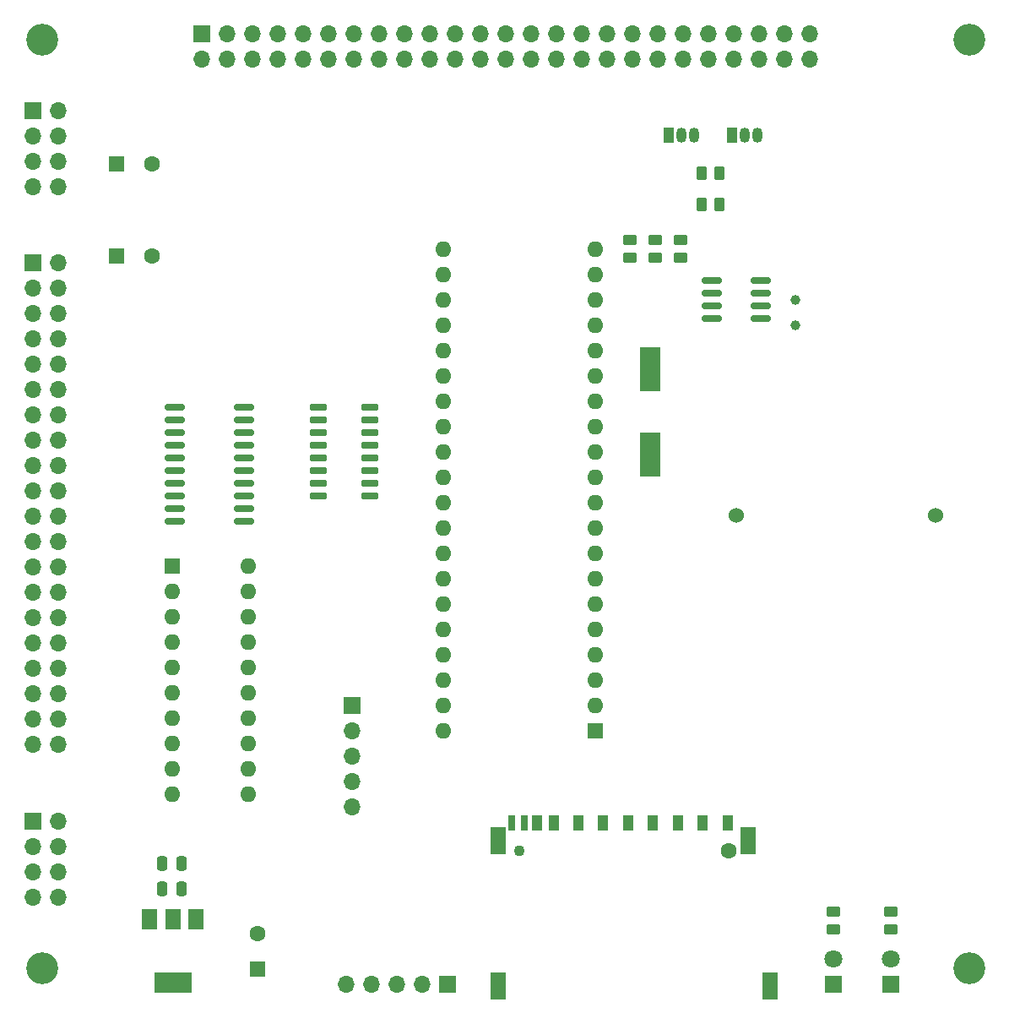
<source format=gbr>
%TF.GenerationSoftware,KiCad,Pcbnew,7.0.0-da2b9df05c~171~ubuntu22.04.1*%
%TF.CreationDate,2023-03-08T20:12:18-05:00*%
%TF.ProjectId,main,6d61696e-2e6b-4696-9361-645f70636258,rev?*%
%TF.SameCoordinates,Original*%
%TF.FileFunction,Soldermask,Top*%
%TF.FilePolarity,Negative*%
%FSLAX46Y46*%
G04 Gerber Fmt 4.6, Leading zero omitted, Abs format (unit mm)*
G04 Created by KiCad (PCBNEW 7.0.0-da2b9df05c~171~ubuntu22.04.1) date 2023-03-08 20:12:18*
%MOMM*%
%LPD*%
G01*
G04 APERTURE LIST*
G04 Aperture macros list*
%AMRoundRect*
0 Rectangle with rounded corners*
0 $1 Rounding radius*
0 $2 $3 $4 $5 $6 $7 $8 $9 X,Y pos of 4 corners*
0 Add a 4 corners polygon primitive as box body*
4,1,4,$2,$3,$4,$5,$6,$7,$8,$9,$2,$3,0*
0 Add four circle primitives for the rounded corners*
1,1,$1+$1,$2,$3*
1,1,$1+$1,$4,$5*
1,1,$1+$1,$6,$7*
1,1,$1+$1,$8,$9*
0 Add four rect primitives between the rounded corners*
20,1,$1+$1,$2,$3,$4,$5,0*
20,1,$1+$1,$4,$5,$6,$7,0*
20,1,$1+$1,$6,$7,$8,$9,0*
20,1,$1+$1,$8,$9,$2,$3,0*%
G04 Aperture macros list end*
%ADD10C,3.200000*%
%ADD11R,1.700000X1.700000*%
%ADD12O,1.700000X1.700000*%
%ADD13R,1.600000X1.600000*%
%ADD14C,1.600000*%
%ADD15RoundRect,0.250000X-0.250000X-0.475000X0.250000X-0.475000X0.250000X0.475000X-0.250000X0.475000X0*%
%ADD16C,1.100000*%
%ADD17R,1.000000X1.500000*%
%ADD18R,0.700000X1.500000*%
%ADD19R,0.750000X1.500000*%
%ADD20R,1.500000X2.800000*%
%ADD21R,1.500000X2.000000*%
%ADD22R,3.800000X2.000000*%
%ADD23O,1.600000X1.600000*%
%ADD24RoundRect,0.250000X-0.450000X0.262500X-0.450000X-0.262500X0.450000X-0.262500X0.450000X0.262500X0*%
%ADD25R,1.800000X1.800000*%
%ADD26C,1.800000*%
%ADD27RoundRect,0.250000X0.262500X0.450000X-0.262500X0.450000X-0.262500X-0.450000X0.262500X-0.450000X0*%
%ADD28C,1.000000*%
%ADD29R,1.050000X1.500000*%
%ADD30O,1.050000X1.500000*%
%ADD31RoundRect,0.150000X-0.725000X-0.150000X0.725000X-0.150000X0.725000X0.150000X-0.725000X0.150000X0*%
%ADD32RoundRect,0.250000X0.450000X-0.262500X0.450000X0.262500X-0.450000X0.262500X-0.450000X-0.262500X0*%
%ADD33RoundRect,0.150000X0.825000X0.150000X-0.825000X0.150000X-0.825000X-0.150000X0.825000X-0.150000X0*%
%ADD34R,2.000000X4.500000*%
%ADD35C,1.524000*%
%ADD36RoundRect,0.150000X-0.837500X-0.150000X0.837500X-0.150000X0.837500X0.150000X-0.837500X0.150000X0*%
G04 APERTURE END LIST*
D10*
%TO.C,M1*%
X116500000Y-23500000D03*
%TD*%
%TO.C,M2*%
X116500000Y-116500000D03*
%TD*%
%TO.C,M3*%
X23500000Y-23500000D03*
%TD*%
%TO.C,M4*%
X23500000Y-116500000D03*
%TD*%
D11*
%TO.C,J1*%
X22539999Y-101779999D03*
D12*
X25079999Y-101779999D03*
X22539999Y-104319999D03*
X25079999Y-104319999D03*
X22539999Y-106859999D03*
X25079999Y-106859999D03*
X22539999Y-109399999D03*
X25079999Y-109399999D03*
%TD*%
D11*
%TO.C,J5*%
X22539999Y-30599999D03*
D12*
X25079999Y-30599999D03*
X22539999Y-33139999D03*
X25079999Y-33139999D03*
X22539999Y-35679999D03*
X25079999Y-35679999D03*
X22539999Y-38219999D03*
X25079999Y-38219999D03*
%TD*%
D11*
%TO.C,J2*%
X22539999Y-45869999D03*
D12*
X25079999Y-45869999D03*
X22539999Y-48409999D03*
X25079999Y-48409999D03*
X22539999Y-50949999D03*
X25079999Y-50949999D03*
X22539999Y-53489999D03*
X25079999Y-53489999D03*
X22539999Y-56029999D03*
X25079999Y-56029999D03*
X22539999Y-58569999D03*
X25079999Y-58569999D03*
X22539999Y-61109999D03*
X25079999Y-61109999D03*
X22539999Y-63649999D03*
X25079999Y-63649999D03*
X22539999Y-66189999D03*
X25079999Y-66189999D03*
X22539999Y-68729999D03*
X25079999Y-68729999D03*
X22539999Y-71269999D03*
X25079999Y-71269999D03*
X22539999Y-73809999D03*
X25079999Y-73809999D03*
X22539999Y-76349999D03*
X25079999Y-76349999D03*
X22539999Y-78889999D03*
X25079999Y-78889999D03*
X22539999Y-81429999D03*
X25079999Y-81429999D03*
X22539999Y-83969999D03*
X25079999Y-83969999D03*
X22539999Y-86509999D03*
X25079999Y-86509999D03*
X22539999Y-89049999D03*
X25079999Y-89049999D03*
X22539999Y-91589999D03*
X25079999Y-91589999D03*
X22539999Y-94129999D03*
X25079999Y-94129999D03*
%TD*%
D13*
%TO.C,C4*%
X30999999Y-35892799D03*
D14*
X34500000Y-35892800D03*
%TD*%
D13*
%TO.C,C1*%
X30999999Y-45192799D03*
D14*
X34500000Y-45192800D03*
%TD*%
D13*
%TO.C,C9*%
X45084999Y-116587699D03*
D14*
X45085000Y-113087700D03*
%TD*%
D15*
%TO.C,C5*%
X35560000Y-106045000D03*
X37460000Y-106045000D03*
%TD*%
%TO.C,C7*%
X35560000Y-108585000D03*
X37460000Y-108585000D03*
%TD*%
D16*
%TO.C,J9*%
X71370000Y-104775000D03*
D14*
X92370000Y-104775000D03*
D17*
X89749999Y-101974999D03*
X87249999Y-101974999D03*
X84749999Y-101974999D03*
X82249999Y-101974999D03*
X79749999Y-101974999D03*
X77249999Y-101974999D03*
X74819999Y-101974999D03*
X73119999Y-101974999D03*
X92249999Y-101974999D03*
D18*
X71819999Y-101974999D03*
D19*
X70619999Y-101974999D03*
D20*
X69219999Y-103774999D03*
X69219999Y-118274999D03*
X94319999Y-103774999D03*
X96519999Y-118274999D03*
%TD*%
D21*
%TO.C,U1*%
X38894999Y-111639999D03*
X36594999Y-111639999D03*
D22*
X36594999Y-117939999D03*
D21*
X34294999Y-111639999D03*
%TD*%
D13*
%TO.C,U2*%
X78993999Y-92709999D03*
D23*
X78993999Y-90169999D03*
X78993999Y-87629999D03*
X78993999Y-85089999D03*
X78993999Y-82549999D03*
X78993999Y-80009999D03*
X78993999Y-77469999D03*
X78993999Y-74929999D03*
X78993999Y-72389999D03*
X78993999Y-69849999D03*
X78993999Y-67309999D03*
X78993999Y-64769999D03*
X78993999Y-62229999D03*
X78993999Y-59689999D03*
X78993999Y-57149999D03*
X78993999Y-54609999D03*
X78993999Y-52069999D03*
X78993999Y-49529999D03*
X78993999Y-46989999D03*
X78993999Y-44449999D03*
X63753999Y-44449999D03*
X63753999Y-46989999D03*
X63753999Y-49529999D03*
X63753999Y-52069999D03*
X63753999Y-54609999D03*
X63753999Y-57149999D03*
X63753999Y-59689999D03*
X63753999Y-62229999D03*
X63753999Y-64769999D03*
X63753999Y-67309999D03*
X63753999Y-69849999D03*
X63753999Y-72389999D03*
X63753999Y-74929999D03*
X63753999Y-77469999D03*
X63753999Y-80009999D03*
X63753999Y-82549999D03*
X63753999Y-85089999D03*
X63753999Y-87629999D03*
X63753999Y-90169999D03*
X63753999Y-92709999D03*
%TD*%
D24*
%TO.C,R20*%
X108585000Y-110847500D03*
X108585000Y-112672500D03*
%TD*%
D25*
%TO.C,D2*%
X108584999Y-118109999D03*
D26*
X108585000Y-115570000D03*
%TD*%
D27*
%TO.C,R1*%
X91440000Y-40005000D03*
X89615000Y-40005000D03*
%TD*%
D28*
%TO.C,Y2*%
X99060000Y-52070000D03*
X99060000Y-49530000D03*
%TD*%
D29*
%TO.C,Q2*%
X86359999Y-33019999D03*
D30*
X87629999Y-33019999D03*
X88899999Y-33019999D03*
%TD*%
D13*
%TO.C,U7*%
X36575999Y-76199999D03*
D23*
X36575999Y-78739999D03*
X36575999Y-81279999D03*
X36575999Y-83819999D03*
X36575999Y-86359999D03*
X36575999Y-88899999D03*
X36575999Y-91439999D03*
X36575999Y-93979999D03*
X36575999Y-96519999D03*
X36575999Y-99059999D03*
X44195999Y-99059999D03*
X44195999Y-96519999D03*
X44195999Y-93979999D03*
X44195999Y-91439999D03*
X44195999Y-88899999D03*
X44195999Y-86359999D03*
X44195999Y-83819999D03*
X44195999Y-81279999D03*
X44195999Y-78739999D03*
X44195999Y-76199999D03*
%TD*%
D29*
%TO.C,Q1*%
X92709999Y-33019999D03*
D30*
X93979999Y-33019999D03*
X95249999Y-33019999D03*
%TD*%
D31*
%TO.C,U6*%
X51181000Y-60325000D03*
X51181000Y-61595000D03*
X51181000Y-62865000D03*
X51181000Y-64135000D03*
X51181000Y-65405000D03*
X51181000Y-66675000D03*
X51181000Y-67945000D03*
X51181000Y-69215000D03*
X56331000Y-69215000D03*
X56331000Y-67945000D03*
X56331000Y-66675000D03*
X56331000Y-65405000D03*
X56331000Y-64135000D03*
X56331000Y-62865000D03*
X56331000Y-61595000D03*
X56331000Y-60325000D03*
%TD*%
D32*
%TO.C,R17*%
X82423000Y-45339000D03*
X82423000Y-43514000D03*
%TD*%
D25*
%TO.C,D1*%
X102869999Y-118119999D03*
D26*
X102870000Y-115580000D03*
%TD*%
D33*
%TO.C,U5*%
X95585000Y-51405000D03*
X95585000Y-50135000D03*
X95585000Y-48865000D03*
X95585000Y-47595000D03*
X90635000Y-47595000D03*
X90635000Y-48865000D03*
X90635000Y-50135000D03*
X90635000Y-51405000D03*
%TD*%
D32*
%TO.C,R16*%
X87503000Y-45339000D03*
X87503000Y-43514000D03*
%TD*%
D11*
%TO.C,U3*%
X39519999Y-22859999D03*
D12*
X39519999Y-25399999D03*
X42059999Y-22859999D03*
X42059999Y-25399999D03*
X44599999Y-22859999D03*
X44599999Y-25399999D03*
X47139999Y-22859999D03*
X47139999Y-25399999D03*
X49679999Y-22859999D03*
X49679999Y-25399999D03*
X52219999Y-22859999D03*
X52219999Y-25399999D03*
X54759999Y-22859999D03*
X54759999Y-25399999D03*
X57299999Y-22859999D03*
X57299999Y-25399999D03*
X59839999Y-22859999D03*
X59839999Y-25399999D03*
X62379999Y-22859999D03*
X62379999Y-25399999D03*
X64919999Y-22859999D03*
X64919999Y-25399999D03*
X67459999Y-22859999D03*
X67459999Y-25399999D03*
X69999999Y-22859999D03*
X69999999Y-25399999D03*
X72539999Y-22859999D03*
X72539999Y-25399999D03*
X75079999Y-22859999D03*
X75079999Y-25399999D03*
X77619999Y-22859999D03*
X77619999Y-25399999D03*
X80159999Y-22859999D03*
X80159999Y-25399999D03*
X82699999Y-22859999D03*
X82699999Y-25399999D03*
X85239999Y-22859999D03*
X85239999Y-25399999D03*
X87779999Y-22859999D03*
X87779999Y-25399999D03*
X90319999Y-22859999D03*
X90319999Y-25399999D03*
X92859999Y-22859999D03*
X92859999Y-25399999D03*
X95399999Y-22859999D03*
X95399999Y-25399999D03*
X97939999Y-22859999D03*
X97939999Y-25399999D03*
X100479999Y-22859999D03*
X100479999Y-25399999D03*
%TD*%
D11*
%TO.C,J4*%
X64134999Y-118109999D03*
D12*
X61594999Y-118109999D03*
X59054999Y-118109999D03*
X56514999Y-118109999D03*
X53974999Y-118109999D03*
%TD*%
D34*
%TO.C,Y1*%
X84454999Y-56514999D03*
X84454999Y-65014999D03*
%TD*%
D24*
%TO.C,R19*%
X102870000Y-110847500D03*
X102870000Y-112672500D03*
%TD*%
D32*
%TO.C,R18*%
X84963000Y-45339000D03*
X84963000Y-43514000D03*
%TD*%
D11*
%TO.C,J3*%
X54609999Y-90169999D03*
D12*
X54609999Y-92709999D03*
X54609999Y-95249999D03*
X54609999Y-97789999D03*
X54609999Y-100329999D03*
%TD*%
D35*
%TO.C,BT1*%
X93110000Y-71120000D03*
X113110000Y-71120000D03*
%TD*%
D27*
%TO.C,R2*%
X91440000Y-36830000D03*
X89615000Y-36830000D03*
%TD*%
D36*
%TO.C,U4*%
X36830000Y-60325000D03*
X36830000Y-61595000D03*
X36830000Y-62865000D03*
X36830000Y-64135000D03*
X36830000Y-65405000D03*
X36830000Y-66675000D03*
X36830000Y-67945000D03*
X36830000Y-69215000D03*
X36830000Y-70485000D03*
X36830000Y-71755000D03*
X43755000Y-71755000D03*
X43755000Y-70485000D03*
X43755000Y-69215000D03*
X43755000Y-67945000D03*
X43755000Y-66675000D03*
X43755000Y-65405000D03*
X43755000Y-64135000D03*
X43755000Y-62865000D03*
X43755000Y-61595000D03*
X43755000Y-60325000D03*
%TD*%
M02*

</source>
